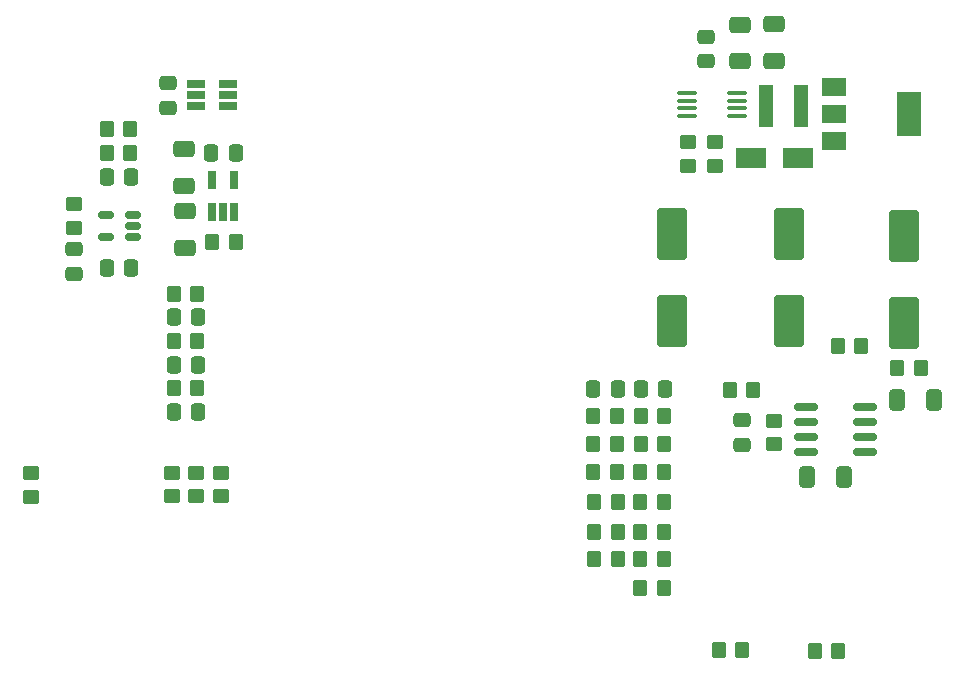
<source format=gbr>
%TF.GenerationSoftware,KiCad,Pcbnew,6.0.7-f9a2dced07~116~ubuntu20.04.1*%
%TF.CreationDate,2022-10-02T19:47:36+02:00*%
%TF.ProjectId,soundseeker,736f756e-6473-4656-956b-65722e6b6963,0.1*%
%TF.SameCoordinates,Original*%
%TF.FileFunction,Paste,Top*%
%TF.FilePolarity,Positive*%
%FSLAX46Y46*%
G04 Gerber Fmt 4.6, Leading zero omitted, Abs format (unit mm)*
G04 Created by KiCad (PCBNEW 6.0.7-f9a2dced07~116~ubuntu20.04.1) date 2022-10-02 19:47:36*
%MOMM*%
%LPD*%
G01*
G04 APERTURE LIST*
G04 Aperture macros list*
%AMRoundRect*
0 Rectangle with rounded corners*
0 $1 Rounding radius*
0 $2 $3 $4 $5 $6 $7 $8 $9 X,Y pos of 4 corners*
0 Add a 4 corners polygon primitive as box body*
4,1,4,$2,$3,$4,$5,$6,$7,$8,$9,$2,$3,0*
0 Add four circle primitives for the rounded corners*
1,1,$1+$1,$2,$3*
1,1,$1+$1,$4,$5*
1,1,$1+$1,$6,$7*
1,1,$1+$1,$8,$9*
0 Add four rect primitives between the rounded corners*
20,1,$1+$1,$2,$3,$4,$5,0*
20,1,$1+$1,$4,$5,$6,$7,0*
20,1,$1+$1,$6,$7,$8,$9,0*
20,1,$1+$1,$8,$9,$2,$3,0*%
G04 Aperture macros list end*
%ADD10R,2.500000X1.800000*%
%ADD11RoundRect,0.250000X-0.337500X-0.475000X0.337500X-0.475000X0.337500X0.475000X-0.337500X0.475000X0*%
%ADD12RoundRect,0.250000X0.650000X-0.412500X0.650000X0.412500X-0.650000X0.412500X-0.650000X-0.412500X0*%
%ADD13RoundRect,0.250000X-0.650000X0.412500X-0.650000X-0.412500X0.650000X-0.412500X0.650000X0.412500X0*%
%ADD14RoundRect,0.250000X0.475000X-0.337500X0.475000X0.337500X-0.475000X0.337500X-0.475000X-0.337500X0*%
%ADD15R,1.560000X0.650000*%
%ADD16RoundRect,0.150000X0.512500X0.150000X-0.512500X0.150000X-0.512500X-0.150000X0.512500X-0.150000X0*%
%ADD17RoundRect,0.250000X0.450000X-0.350000X0.450000X0.350000X-0.450000X0.350000X-0.450000X-0.350000X0*%
%ADD18RoundRect,0.250000X-0.350000X-0.450000X0.350000X-0.450000X0.350000X0.450000X-0.350000X0.450000X0*%
%ADD19RoundRect,0.250000X0.350000X0.450000X-0.350000X0.450000X-0.350000X-0.450000X0.350000X-0.450000X0*%
%ADD20RoundRect,0.250000X0.412500X0.650000X-0.412500X0.650000X-0.412500X-0.650000X0.412500X-0.650000X0*%
%ADD21RoundRect,0.150000X0.825000X0.150000X-0.825000X0.150000X-0.825000X-0.150000X0.825000X-0.150000X0*%
%ADD22R,0.650000X1.560000*%
%ADD23R,2.000000X1.500000*%
%ADD24R,2.000000X3.800000*%
%ADD25RoundRect,0.100000X-0.712500X-0.100000X0.712500X-0.100000X0.712500X0.100000X-0.712500X0.100000X0*%
%ADD26RoundRect,0.250000X-1.000000X1.950000X-1.000000X-1.950000X1.000000X-1.950000X1.000000X1.950000X0*%
%ADD27RoundRect,0.250000X-0.450000X0.350000X-0.450000X-0.350000X0.450000X-0.350000X0.450000X0.350000X0*%
%ADD28R,1.150000X3.600000*%
%ADD29RoundRect,0.250000X0.337500X0.475000X-0.337500X0.475000X-0.337500X-0.475000X0.337500X-0.475000X0*%
G04 APERTURE END LIST*
D10*
%TO.C,D1*%
X178225000Y-80975000D03*
X182225000Y-80975000D03*
%TD*%
D11*
%TO.C,C22*%
X132512500Y-80600000D03*
X134587500Y-80600000D03*
%TD*%
D12*
%TO.C,C21*%
X130250000Y-83387500D03*
X130250000Y-80262500D03*
%TD*%
D13*
%TO.C,C20*%
X130300000Y-85487500D03*
X130300000Y-88612500D03*
%TD*%
D14*
%TO.C,C19*%
X128825000Y-76737500D03*
X128825000Y-74662500D03*
%TD*%
%TO.C,C13*%
X177475000Y-105262500D03*
X177475000Y-103187500D03*
%TD*%
D11*
%TO.C,C12*%
X168887500Y-100525000D03*
X170962500Y-100525000D03*
%TD*%
%TO.C,C10*%
X123650000Y-90325000D03*
X125725000Y-90325000D03*
%TD*%
%TO.C,C4*%
X123662500Y-82625000D03*
X125737500Y-82625000D03*
%TD*%
D14*
%TO.C,C3*%
X174425000Y-72787500D03*
X174425000Y-70712500D03*
%TD*%
D12*
%TO.C,C2*%
X180150000Y-72737500D03*
X180150000Y-69612500D03*
%TD*%
%TO.C,C1*%
X177250000Y-72812500D03*
X177250000Y-69687500D03*
%TD*%
D15*
%TO.C,U5*%
X131225000Y-74700000D03*
X131225000Y-75650000D03*
X131225000Y-76600000D03*
X133925000Y-76600000D03*
X133925000Y-75650000D03*
X133925000Y-74700000D03*
%TD*%
D14*
%TO.C,C7*%
X120875000Y-88700000D03*
X120875000Y-90775000D03*
%TD*%
D16*
%TO.C,U4*%
X125912500Y-87675000D03*
X125912500Y-86725000D03*
X125912500Y-85775000D03*
X123637500Y-85775000D03*
X123637500Y-87675000D03*
%TD*%
D17*
%TO.C,R18*%
X129175000Y-107625000D03*
X129175000Y-109625000D03*
%TD*%
D18*
%TO.C,R5*%
X168850000Y-112675000D03*
X170850000Y-112675000D03*
%TD*%
D19*
%TO.C,R12*%
X166875000Y-102800000D03*
X164875000Y-102800000D03*
%TD*%
D11*
%TO.C,C17*%
X129350000Y-98500000D03*
X131425000Y-98500000D03*
%TD*%
D18*
%TO.C,R31*%
X129350000Y-100500000D03*
X131350000Y-100500000D03*
%TD*%
D20*
%TO.C,C15*%
X193725000Y-101475000D03*
X190600000Y-101475000D03*
%TD*%
D21*
%TO.C,U3*%
X187850000Y-105905000D03*
X187850000Y-104635000D03*
X187850000Y-103365000D03*
X187850000Y-102095000D03*
X182900000Y-102095000D03*
X182900000Y-103365000D03*
X182900000Y-104635000D03*
X182900000Y-105905000D03*
%TD*%
D22*
%TO.C,U6*%
X132550000Y-85575000D03*
X133500000Y-85575000D03*
X134450000Y-85575000D03*
X134450000Y-82875000D03*
X132550000Y-82875000D03*
%TD*%
D18*
%TO.C,R17*%
X168875000Y-102800000D03*
X170875000Y-102800000D03*
%TD*%
D19*
%TO.C,R24*%
X177475000Y-122650000D03*
X175475000Y-122650000D03*
%TD*%
D20*
%TO.C,C14*%
X186050000Y-107975000D03*
X182925000Y-107975000D03*
%TD*%
D18*
%TO.C,R9*%
X168850000Y-107600000D03*
X170850000Y-107600000D03*
%TD*%
%TO.C,R20*%
X176425000Y-100625000D03*
X178425000Y-100625000D03*
%TD*%
D11*
%TO.C,C16*%
X129350000Y-94475000D03*
X131425000Y-94475000D03*
%TD*%
D18*
%TO.C,R7*%
X168850000Y-110150000D03*
X170850000Y-110150000D03*
%TD*%
D23*
%TO.C,Q1*%
X185250000Y-74950000D03*
D24*
X191550000Y-77250000D03*
D23*
X185250000Y-77250000D03*
X185250000Y-79550000D03*
%TD*%
D17*
%TO.C,R28*%
X120875000Y-84900000D03*
X120875000Y-86900000D03*
%TD*%
%TO.C,R13*%
X117275000Y-107700000D03*
X117275000Y-109700000D03*
%TD*%
%TO.C,R19*%
X131250000Y-107625000D03*
X131250000Y-109625000D03*
%TD*%
D11*
%TO.C,C18*%
X129350000Y-102500000D03*
X131425000Y-102500000D03*
%TD*%
D25*
%TO.C,U1*%
X172787500Y-75475000D03*
X172787500Y-76125000D03*
X172787500Y-76775000D03*
X172787500Y-77425000D03*
X177012500Y-77425000D03*
X177012500Y-76775000D03*
X177012500Y-76125000D03*
X177012500Y-75475000D03*
%TD*%
D18*
%TO.C,R3*%
X168850000Y-114950000D03*
X170850000Y-114950000D03*
%TD*%
D26*
%TO.C,C8*%
X191175000Y-87575000D03*
X191175000Y-94975000D03*
%TD*%
%TO.C,C11*%
X171500000Y-87425000D03*
X171500000Y-94825000D03*
%TD*%
D19*
%TO.C,R8*%
X166875000Y-107600000D03*
X164875000Y-107600000D03*
%TD*%
D18*
%TO.C,R27*%
X123650000Y-80525000D03*
X125650000Y-80525000D03*
%TD*%
D19*
%TO.C,R4*%
X166912500Y-112675000D03*
X164912500Y-112675000D03*
%TD*%
D18*
%TO.C,R11*%
X168875000Y-105175000D03*
X170875000Y-105175000D03*
%TD*%
D27*
%TO.C,R16*%
X172850000Y-79675000D03*
X172850000Y-81675000D03*
%TD*%
D19*
%TO.C,R32*%
X134600000Y-88125000D03*
X132600000Y-88125000D03*
%TD*%
%TO.C,R26*%
X125650000Y-78500000D03*
X123650000Y-78500000D03*
%TD*%
D28*
%TO.C,L1*%
X179475000Y-76575000D03*
X182425000Y-76575000D03*
%TD*%
D18*
%TO.C,R22*%
X185550000Y-96925000D03*
X187550000Y-96925000D03*
%TD*%
D19*
%TO.C,R1*%
X170837500Y-117375000D03*
X168837500Y-117375000D03*
%TD*%
D26*
%TO.C,C9*%
X181425000Y-87425000D03*
X181425000Y-94825000D03*
%TD*%
D17*
%TO.C,R21*%
X180175000Y-105225000D03*
X180175000Y-103225000D03*
%TD*%
D18*
%TO.C,R23*%
X190575000Y-98775000D03*
X192575000Y-98775000D03*
%TD*%
D19*
%TO.C,R6*%
X166912500Y-110150000D03*
X164912500Y-110150000D03*
%TD*%
D17*
%TO.C,R15*%
X175150000Y-81675000D03*
X175150000Y-79675000D03*
%TD*%
D29*
%TO.C,C5*%
X166925000Y-100525000D03*
X164850000Y-100525000D03*
%TD*%
D18*
%TO.C,R29*%
X129350000Y-92475000D03*
X131350000Y-92475000D03*
%TD*%
D19*
%TO.C,R2*%
X166912500Y-114950000D03*
X164912500Y-114950000D03*
%TD*%
%TO.C,R25*%
X185600000Y-122700000D03*
X183600000Y-122700000D03*
%TD*%
%TO.C,R10*%
X166875000Y-105175000D03*
X164875000Y-105175000D03*
%TD*%
D18*
%TO.C,R30*%
X129350000Y-96475000D03*
X131350000Y-96475000D03*
%TD*%
D17*
%TO.C,R14*%
X133300000Y-107625000D03*
X133300000Y-109625000D03*
%TD*%
M02*

</source>
